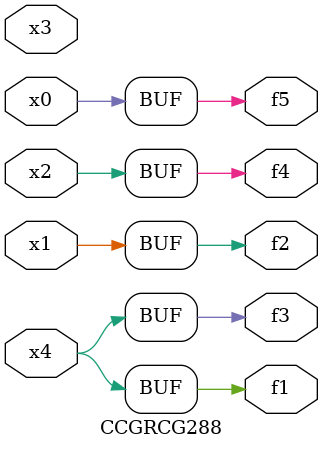
<source format=v>
module CCGRCG288(
	input x0, x1, x2, x3, x4,
	output f1, f2, f3, f4, f5
);
	assign f1 = x4;
	assign f2 = x1;
	assign f3 = x4;
	assign f4 = x2;
	assign f5 = x0;
endmodule

</source>
